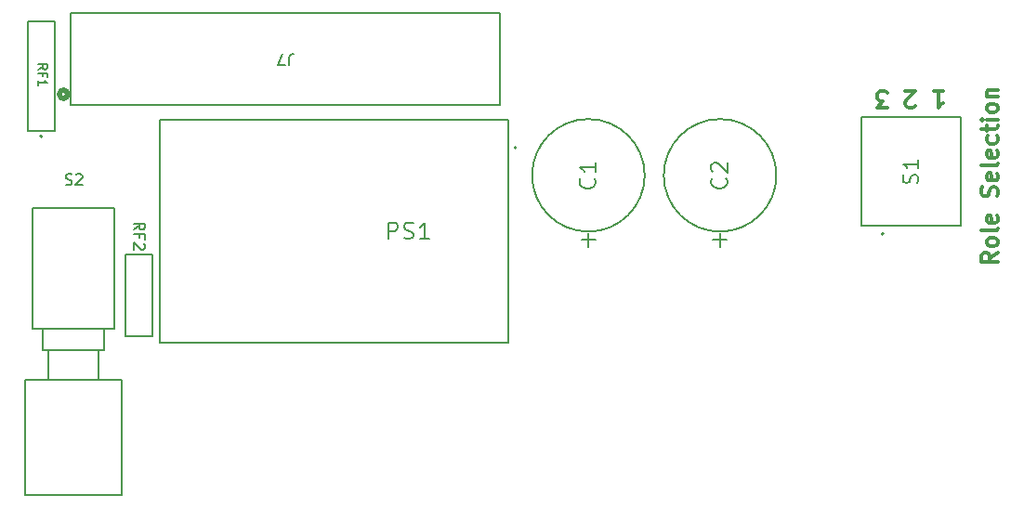
<source format=gbr>
%TF.GenerationSoftware,KiCad,Pcbnew,9.0.0*%
%TF.CreationDate,2025-11-28T03:58:55-07:00*%
%TF.ProjectId,ESP-Board,4553502d-426f-4617-9264-2e6b69636164,rev?*%
%TF.SameCoordinates,Original*%
%TF.FileFunction,Legend,Top*%
%TF.FilePolarity,Positive*%
%FSLAX46Y46*%
G04 Gerber Fmt 4.6, Leading zero omitted, Abs format (unit mm)*
G04 Created by KiCad (PCBNEW 9.0.0) date 2025-11-28 03:58:55*
%MOMM*%
%LPD*%
G01*
G04 APERTURE LIST*
%ADD10C,0.300000*%
%ADD11C,0.150000*%
%ADD12C,0.187500*%
%ADD13C,0.200000*%
%ADD14C,0.127000*%
%ADD15C,0.152400*%
%ADD16C,0.508000*%
G04 APERTURE END LIST*
D10*
X179534693Y-80913686D02*
X180391836Y-80913686D01*
X179963265Y-80913686D02*
X179963265Y-82413686D01*
X179963265Y-82413686D02*
X180106122Y-82199400D01*
X180106122Y-82199400D02*
X180248979Y-82056543D01*
X180248979Y-82056543D02*
X180391836Y-81985115D01*
X177820408Y-82270829D02*
X177748980Y-82342257D01*
X177748980Y-82342257D02*
X177606123Y-82413686D01*
X177606123Y-82413686D02*
X177248980Y-82413686D01*
X177248980Y-82413686D02*
X177106123Y-82342257D01*
X177106123Y-82342257D02*
X177034694Y-82270829D01*
X177034694Y-82270829D02*
X176963265Y-82127972D01*
X176963265Y-82127972D02*
X176963265Y-81985115D01*
X176963265Y-81985115D02*
X177034694Y-81770829D01*
X177034694Y-81770829D02*
X177891837Y-80913686D01*
X177891837Y-80913686D02*
X176963265Y-80913686D01*
X175320409Y-82413686D02*
X174391837Y-82413686D01*
X174391837Y-82413686D02*
X174891837Y-81842257D01*
X174891837Y-81842257D02*
X174677552Y-81842257D01*
X174677552Y-81842257D02*
X174534695Y-81770829D01*
X174534695Y-81770829D02*
X174463266Y-81699400D01*
X174463266Y-81699400D02*
X174391837Y-81556543D01*
X174391837Y-81556543D02*
X174391837Y-81199400D01*
X174391837Y-81199400D02*
X174463266Y-81056543D01*
X174463266Y-81056543D02*
X174534695Y-80985115D01*
X174534695Y-80985115D02*
X174677552Y-80913686D01*
X174677552Y-80913686D02*
X175106123Y-80913686D01*
X175106123Y-80913686D02*
X175248980Y-80985115D01*
X175248980Y-80985115D02*
X175320409Y-81056543D01*
X185375747Y-95652861D02*
X184661461Y-96152861D01*
X185375747Y-96510004D02*
X183875747Y-96510004D01*
X183875747Y-96510004D02*
X183875747Y-95938575D01*
X183875747Y-95938575D02*
X183947176Y-95795718D01*
X183947176Y-95795718D02*
X184018604Y-95724289D01*
X184018604Y-95724289D02*
X184161461Y-95652861D01*
X184161461Y-95652861D02*
X184375747Y-95652861D01*
X184375747Y-95652861D02*
X184518604Y-95724289D01*
X184518604Y-95724289D02*
X184590033Y-95795718D01*
X184590033Y-95795718D02*
X184661461Y-95938575D01*
X184661461Y-95938575D02*
X184661461Y-96510004D01*
X185375747Y-94795718D02*
X185304319Y-94938575D01*
X185304319Y-94938575D02*
X185232890Y-95010004D01*
X185232890Y-95010004D02*
X185090033Y-95081432D01*
X185090033Y-95081432D02*
X184661461Y-95081432D01*
X184661461Y-95081432D02*
X184518604Y-95010004D01*
X184518604Y-95010004D02*
X184447176Y-94938575D01*
X184447176Y-94938575D02*
X184375747Y-94795718D01*
X184375747Y-94795718D02*
X184375747Y-94581432D01*
X184375747Y-94581432D02*
X184447176Y-94438575D01*
X184447176Y-94438575D02*
X184518604Y-94367147D01*
X184518604Y-94367147D02*
X184661461Y-94295718D01*
X184661461Y-94295718D02*
X185090033Y-94295718D01*
X185090033Y-94295718D02*
X185232890Y-94367147D01*
X185232890Y-94367147D02*
X185304319Y-94438575D01*
X185304319Y-94438575D02*
X185375747Y-94581432D01*
X185375747Y-94581432D02*
X185375747Y-94795718D01*
X185375747Y-93438575D02*
X185304319Y-93581432D01*
X185304319Y-93581432D02*
X185161461Y-93652861D01*
X185161461Y-93652861D02*
X183875747Y-93652861D01*
X185304319Y-92295718D02*
X185375747Y-92438575D01*
X185375747Y-92438575D02*
X185375747Y-92724290D01*
X185375747Y-92724290D02*
X185304319Y-92867147D01*
X185304319Y-92867147D02*
X185161461Y-92938575D01*
X185161461Y-92938575D02*
X184590033Y-92938575D01*
X184590033Y-92938575D02*
X184447176Y-92867147D01*
X184447176Y-92867147D02*
X184375747Y-92724290D01*
X184375747Y-92724290D02*
X184375747Y-92438575D01*
X184375747Y-92438575D02*
X184447176Y-92295718D01*
X184447176Y-92295718D02*
X184590033Y-92224290D01*
X184590033Y-92224290D02*
X184732890Y-92224290D01*
X184732890Y-92224290D02*
X184875747Y-92938575D01*
X185304319Y-90510004D02*
X185375747Y-90295719D01*
X185375747Y-90295719D02*
X185375747Y-89938576D01*
X185375747Y-89938576D02*
X185304319Y-89795719D01*
X185304319Y-89795719D02*
X185232890Y-89724290D01*
X185232890Y-89724290D02*
X185090033Y-89652861D01*
X185090033Y-89652861D02*
X184947176Y-89652861D01*
X184947176Y-89652861D02*
X184804319Y-89724290D01*
X184804319Y-89724290D02*
X184732890Y-89795719D01*
X184732890Y-89795719D02*
X184661461Y-89938576D01*
X184661461Y-89938576D02*
X184590033Y-90224290D01*
X184590033Y-90224290D02*
X184518604Y-90367147D01*
X184518604Y-90367147D02*
X184447176Y-90438576D01*
X184447176Y-90438576D02*
X184304319Y-90510004D01*
X184304319Y-90510004D02*
X184161461Y-90510004D01*
X184161461Y-90510004D02*
X184018604Y-90438576D01*
X184018604Y-90438576D02*
X183947176Y-90367147D01*
X183947176Y-90367147D02*
X183875747Y-90224290D01*
X183875747Y-90224290D02*
X183875747Y-89867147D01*
X183875747Y-89867147D02*
X183947176Y-89652861D01*
X185304319Y-88438576D02*
X185375747Y-88581433D01*
X185375747Y-88581433D02*
X185375747Y-88867148D01*
X185375747Y-88867148D02*
X185304319Y-89010005D01*
X185304319Y-89010005D02*
X185161461Y-89081433D01*
X185161461Y-89081433D02*
X184590033Y-89081433D01*
X184590033Y-89081433D02*
X184447176Y-89010005D01*
X184447176Y-89010005D02*
X184375747Y-88867148D01*
X184375747Y-88867148D02*
X184375747Y-88581433D01*
X184375747Y-88581433D02*
X184447176Y-88438576D01*
X184447176Y-88438576D02*
X184590033Y-88367148D01*
X184590033Y-88367148D02*
X184732890Y-88367148D01*
X184732890Y-88367148D02*
X184875747Y-89081433D01*
X185375747Y-87510005D02*
X185304319Y-87652862D01*
X185304319Y-87652862D02*
X185161461Y-87724291D01*
X185161461Y-87724291D02*
X183875747Y-87724291D01*
X185304319Y-86367148D02*
X185375747Y-86510005D01*
X185375747Y-86510005D02*
X185375747Y-86795720D01*
X185375747Y-86795720D02*
X185304319Y-86938577D01*
X185304319Y-86938577D02*
X185161461Y-87010005D01*
X185161461Y-87010005D02*
X184590033Y-87010005D01*
X184590033Y-87010005D02*
X184447176Y-86938577D01*
X184447176Y-86938577D02*
X184375747Y-86795720D01*
X184375747Y-86795720D02*
X184375747Y-86510005D01*
X184375747Y-86510005D02*
X184447176Y-86367148D01*
X184447176Y-86367148D02*
X184590033Y-86295720D01*
X184590033Y-86295720D02*
X184732890Y-86295720D01*
X184732890Y-86295720D02*
X184875747Y-87010005D01*
X185304319Y-85010006D02*
X185375747Y-85152863D01*
X185375747Y-85152863D02*
X185375747Y-85438577D01*
X185375747Y-85438577D02*
X185304319Y-85581434D01*
X185304319Y-85581434D02*
X185232890Y-85652863D01*
X185232890Y-85652863D02*
X185090033Y-85724291D01*
X185090033Y-85724291D02*
X184661461Y-85724291D01*
X184661461Y-85724291D02*
X184518604Y-85652863D01*
X184518604Y-85652863D02*
X184447176Y-85581434D01*
X184447176Y-85581434D02*
X184375747Y-85438577D01*
X184375747Y-85438577D02*
X184375747Y-85152863D01*
X184375747Y-85152863D02*
X184447176Y-85010006D01*
X184375747Y-84581434D02*
X184375747Y-84010006D01*
X183875747Y-84367149D02*
X185161461Y-84367149D01*
X185161461Y-84367149D02*
X185304319Y-84295720D01*
X185304319Y-84295720D02*
X185375747Y-84152863D01*
X185375747Y-84152863D02*
X185375747Y-84010006D01*
X185375747Y-83510006D02*
X184375747Y-83510006D01*
X183875747Y-83510006D02*
X183947176Y-83581434D01*
X183947176Y-83581434D02*
X184018604Y-83510006D01*
X184018604Y-83510006D02*
X183947176Y-83438577D01*
X183947176Y-83438577D02*
X183875747Y-83510006D01*
X183875747Y-83510006D02*
X184018604Y-83510006D01*
X185375747Y-82581434D02*
X185304319Y-82724291D01*
X185304319Y-82724291D02*
X185232890Y-82795720D01*
X185232890Y-82795720D02*
X185090033Y-82867148D01*
X185090033Y-82867148D02*
X184661461Y-82867148D01*
X184661461Y-82867148D02*
X184518604Y-82795720D01*
X184518604Y-82795720D02*
X184447176Y-82724291D01*
X184447176Y-82724291D02*
X184375747Y-82581434D01*
X184375747Y-82581434D02*
X184375747Y-82367148D01*
X184375747Y-82367148D02*
X184447176Y-82224291D01*
X184447176Y-82224291D02*
X184518604Y-82152863D01*
X184518604Y-82152863D02*
X184661461Y-82081434D01*
X184661461Y-82081434D02*
X185090033Y-82081434D01*
X185090033Y-82081434D02*
X185232890Y-82152863D01*
X185232890Y-82152863D02*
X185304319Y-82224291D01*
X185304319Y-82224291D02*
X185375747Y-82367148D01*
X185375747Y-82367148D02*
X185375747Y-82581434D01*
X184375747Y-81438577D02*
X185375747Y-81438577D01*
X184518604Y-81438577D02*
X184447176Y-81367148D01*
X184447176Y-81367148D02*
X184375747Y-81224291D01*
X184375747Y-81224291D02*
X184375747Y-81010005D01*
X184375747Y-81010005D02*
X184447176Y-80867148D01*
X184447176Y-80867148D02*
X184590033Y-80795720D01*
X184590033Y-80795720D02*
X185375747Y-80795720D01*
D11*
X178058200Y-89314166D02*
X178124866Y-89114166D01*
X178124866Y-89114166D02*
X178124866Y-88780833D01*
X178124866Y-88780833D02*
X178058200Y-88647499D01*
X178058200Y-88647499D02*
X177991533Y-88580833D01*
X177991533Y-88580833D02*
X177858200Y-88514166D01*
X177858200Y-88514166D02*
X177724866Y-88514166D01*
X177724866Y-88514166D02*
X177591533Y-88580833D01*
X177591533Y-88580833D02*
X177524866Y-88647499D01*
X177524866Y-88647499D02*
X177458200Y-88780833D01*
X177458200Y-88780833D02*
X177391533Y-89047499D01*
X177391533Y-89047499D02*
X177324866Y-89180833D01*
X177324866Y-89180833D02*
X177258200Y-89247499D01*
X177258200Y-89247499D02*
X177124866Y-89314166D01*
X177124866Y-89314166D02*
X176991533Y-89314166D01*
X176991533Y-89314166D02*
X176858200Y-89247499D01*
X176858200Y-89247499D02*
X176791533Y-89180833D01*
X176791533Y-89180833D02*
X176724866Y-89047499D01*
X176724866Y-89047499D02*
X176724866Y-88714166D01*
X176724866Y-88714166D02*
X176791533Y-88514166D01*
X178124866Y-87180833D02*
X178124866Y-87980833D01*
X178124866Y-87580833D02*
X176724866Y-87580833D01*
X176724866Y-87580833D02*
X176924866Y-87714166D01*
X176924866Y-87714166D02*
X177058200Y-87847500D01*
X177058200Y-87847500D02*
X177124866Y-87980833D01*
X148618190Y-88847764D02*
X148689619Y-88919192D01*
X148689619Y-88919192D02*
X148761047Y-89133478D01*
X148761047Y-89133478D02*
X148761047Y-89276335D01*
X148761047Y-89276335D02*
X148689619Y-89490621D01*
X148689619Y-89490621D02*
X148546761Y-89633478D01*
X148546761Y-89633478D02*
X148403904Y-89704907D01*
X148403904Y-89704907D02*
X148118190Y-89776335D01*
X148118190Y-89776335D02*
X147903904Y-89776335D01*
X147903904Y-89776335D02*
X147618190Y-89704907D01*
X147618190Y-89704907D02*
X147475333Y-89633478D01*
X147475333Y-89633478D02*
X147332476Y-89490621D01*
X147332476Y-89490621D02*
X147261047Y-89276335D01*
X147261047Y-89276335D02*
X147261047Y-89133478D01*
X147261047Y-89133478D02*
X147332476Y-88919192D01*
X147332476Y-88919192D02*
X147403904Y-88847764D01*
X148761047Y-87419192D02*
X148761047Y-88276335D01*
X148761047Y-87847764D02*
X147261047Y-87847764D01*
X147261047Y-87847764D02*
X147475333Y-87990621D01*
X147475333Y-87990621D02*
X147618190Y-88133478D01*
X147618190Y-88133478D02*
X147689619Y-88276335D01*
X160618190Y-88847764D02*
X160689619Y-88919192D01*
X160689619Y-88919192D02*
X160761047Y-89133478D01*
X160761047Y-89133478D02*
X160761047Y-89276335D01*
X160761047Y-89276335D02*
X160689619Y-89490621D01*
X160689619Y-89490621D02*
X160546761Y-89633478D01*
X160546761Y-89633478D02*
X160403904Y-89704907D01*
X160403904Y-89704907D02*
X160118190Y-89776335D01*
X160118190Y-89776335D02*
X159903904Y-89776335D01*
X159903904Y-89776335D02*
X159618190Y-89704907D01*
X159618190Y-89704907D02*
X159475333Y-89633478D01*
X159475333Y-89633478D02*
X159332476Y-89490621D01*
X159332476Y-89490621D02*
X159261047Y-89276335D01*
X159261047Y-89276335D02*
X159261047Y-89133478D01*
X159261047Y-89133478D02*
X159332476Y-88919192D01*
X159332476Y-88919192D02*
X159403904Y-88847764D01*
X159403904Y-88276335D02*
X159332476Y-88204907D01*
X159332476Y-88204907D02*
X159261047Y-88062050D01*
X159261047Y-88062050D02*
X159261047Y-87704907D01*
X159261047Y-87704907D02*
X159332476Y-87562050D01*
X159332476Y-87562050D02*
X159403904Y-87490621D01*
X159403904Y-87490621D02*
X159546761Y-87419192D01*
X159546761Y-87419192D02*
X159689619Y-87419192D01*
X159689619Y-87419192D02*
X159903904Y-87490621D01*
X159903904Y-87490621D02*
X160761047Y-88347764D01*
X160761047Y-88347764D02*
X160761047Y-87419192D01*
X100438095Y-89428600D02*
X100580952Y-89476219D01*
X100580952Y-89476219D02*
X100819047Y-89476219D01*
X100819047Y-89476219D02*
X100914285Y-89428600D01*
X100914285Y-89428600D02*
X100961904Y-89380980D01*
X100961904Y-89380980D02*
X101009523Y-89285742D01*
X101009523Y-89285742D02*
X101009523Y-89190504D01*
X101009523Y-89190504D02*
X100961904Y-89095266D01*
X100961904Y-89095266D02*
X100914285Y-89047647D01*
X100914285Y-89047647D02*
X100819047Y-89000028D01*
X100819047Y-89000028D02*
X100628571Y-88952409D01*
X100628571Y-88952409D02*
X100533333Y-88904790D01*
X100533333Y-88904790D02*
X100485714Y-88857171D01*
X100485714Y-88857171D02*
X100438095Y-88761933D01*
X100438095Y-88761933D02*
X100438095Y-88666695D01*
X100438095Y-88666695D02*
X100485714Y-88571457D01*
X100485714Y-88571457D02*
X100533333Y-88523838D01*
X100533333Y-88523838D02*
X100628571Y-88476219D01*
X100628571Y-88476219D02*
X100866666Y-88476219D01*
X100866666Y-88476219D02*
X101009523Y-88523838D01*
X101390476Y-88571457D02*
X101438095Y-88523838D01*
X101438095Y-88523838D02*
X101533333Y-88476219D01*
X101533333Y-88476219D02*
X101771428Y-88476219D01*
X101771428Y-88476219D02*
X101866666Y-88523838D01*
X101866666Y-88523838D02*
X101914285Y-88571457D01*
X101914285Y-88571457D02*
X101961904Y-88666695D01*
X101961904Y-88666695D02*
X101961904Y-88761933D01*
X101961904Y-88761933D02*
X101914285Y-88904790D01*
X101914285Y-88904790D02*
X101342857Y-89476219D01*
X101342857Y-89476219D02*
X101961904Y-89476219D01*
D12*
X97964654Y-78953810D02*
X98345607Y-78687143D01*
X97964654Y-78496667D02*
X98764654Y-78496667D01*
X98764654Y-78496667D02*
X98764654Y-78801429D01*
X98764654Y-78801429D02*
X98726559Y-78877619D01*
X98726559Y-78877619D02*
X98688464Y-78915714D01*
X98688464Y-78915714D02*
X98612273Y-78953810D01*
X98612273Y-78953810D02*
X98497988Y-78953810D01*
X98497988Y-78953810D02*
X98421797Y-78915714D01*
X98421797Y-78915714D02*
X98383702Y-78877619D01*
X98383702Y-78877619D02*
X98345607Y-78801429D01*
X98345607Y-78801429D02*
X98345607Y-78496667D01*
X98383702Y-79563333D02*
X98383702Y-79296667D01*
X97964654Y-79296667D02*
X98764654Y-79296667D01*
X98764654Y-79296667D02*
X98764654Y-79677619D01*
X97964654Y-80401428D02*
X97964654Y-79944285D01*
X97964654Y-80172857D02*
X98764654Y-80172857D01*
X98764654Y-80172857D02*
X98650369Y-80096666D01*
X98650369Y-80096666D02*
X98574178Y-80020476D01*
X98574178Y-80020476D02*
X98536083Y-79944285D01*
D11*
X129843571Y-94401128D02*
X129843571Y-92901128D01*
X129843571Y-92901128D02*
X130415000Y-92901128D01*
X130415000Y-92901128D02*
X130557857Y-92972557D01*
X130557857Y-92972557D02*
X130629286Y-93043985D01*
X130629286Y-93043985D02*
X130700714Y-93186842D01*
X130700714Y-93186842D02*
X130700714Y-93401128D01*
X130700714Y-93401128D02*
X130629286Y-93543985D01*
X130629286Y-93543985D02*
X130557857Y-93615414D01*
X130557857Y-93615414D02*
X130415000Y-93686842D01*
X130415000Y-93686842D02*
X129843571Y-93686842D01*
X131272143Y-94329700D02*
X131486429Y-94401128D01*
X131486429Y-94401128D02*
X131843571Y-94401128D01*
X131843571Y-94401128D02*
X131986429Y-94329700D01*
X131986429Y-94329700D02*
X132057857Y-94258271D01*
X132057857Y-94258271D02*
X132129286Y-94115414D01*
X132129286Y-94115414D02*
X132129286Y-93972557D01*
X132129286Y-93972557D02*
X132057857Y-93829700D01*
X132057857Y-93829700D02*
X131986429Y-93758271D01*
X131986429Y-93758271D02*
X131843571Y-93686842D01*
X131843571Y-93686842D02*
X131557857Y-93615414D01*
X131557857Y-93615414D02*
X131415000Y-93543985D01*
X131415000Y-93543985D02*
X131343571Y-93472557D01*
X131343571Y-93472557D02*
X131272143Y-93329700D01*
X131272143Y-93329700D02*
X131272143Y-93186842D01*
X131272143Y-93186842D02*
X131343571Y-93043985D01*
X131343571Y-93043985D02*
X131415000Y-92972557D01*
X131415000Y-92972557D02*
X131557857Y-92901128D01*
X131557857Y-92901128D02*
X131915000Y-92901128D01*
X131915000Y-92901128D02*
X132129286Y-92972557D01*
X133557857Y-94401128D02*
X132700714Y-94401128D01*
X133129285Y-94401128D02*
X133129285Y-92901128D01*
X133129285Y-92901128D02*
X132986428Y-93115414D01*
X132986428Y-93115414D02*
X132843571Y-93258271D01*
X132843571Y-93258271D02*
X132700714Y-93329700D01*
D13*
X106658846Y-93564761D02*
X107135037Y-93231428D01*
X106658846Y-92993333D02*
X107658846Y-92993333D01*
X107658846Y-92993333D02*
X107658846Y-93374285D01*
X107658846Y-93374285D02*
X107611227Y-93469523D01*
X107611227Y-93469523D02*
X107563608Y-93517142D01*
X107563608Y-93517142D02*
X107468370Y-93564761D01*
X107468370Y-93564761D02*
X107325513Y-93564761D01*
X107325513Y-93564761D02*
X107230275Y-93517142D01*
X107230275Y-93517142D02*
X107182656Y-93469523D01*
X107182656Y-93469523D02*
X107135037Y-93374285D01*
X107135037Y-93374285D02*
X107135037Y-92993333D01*
X107182656Y-94326666D02*
X107182656Y-93993333D01*
X106658846Y-93993333D02*
X107658846Y-93993333D01*
X107658846Y-93993333D02*
X107658846Y-94469523D01*
X107563608Y-94802857D02*
X107611227Y-94850476D01*
X107611227Y-94850476D02*
X107658846Y-94945714D01*
X107658846Y-94945714D02*
X107658846Y-95183809D01*
X107658846Y-95183809D02*
X107611227Y-95279047D01*
X107611227Y-95279047D02*
X107563608Y-95326666D01*
X107563608Y-95326666D02*
X107468370Y-95374285D01*
X107468370Y-95374285D02*
X107373132Y-95374285D01*
X107373132Y-95374285D02*
X107230275Y-95326666D01*
X107230275Y-95326666D02*
X106658846Y-94755238D01*
X106658846Y-94755238D02*
X106658846Y-95374285D01*
D11*
X120803333Y-78537680D02*
X120803333Y-77823395D01*
X120803333Y-77823395D02*
X120850952Y-77680538D01*
X120850952Y-77680538D02*
X120946190Y-77585300D01*
X120946190Y-77585300D02*
X121089047Y-77537680D01*
X121089047Y-77537680D02*
X121184285Y-77537680D01*
X120422380Y-78537680D02*
X119755714Y-78537680D01*
X119755714Y-78537680D02*
X120184285Y-77537680D01*
D14*
%TO.C,S1*%
X172965000Y-83297500D02*
X182005000Y-83297500D01*
X172965000Y-93197500D02*
X172965000Y-83297500D01*
X182005000Y-83297500D02*
X182005000Y-93197500D01*
X182005000Y-93197500D02*
X172965000Y-93197500D01*
D13*
X174985000Y-93947500D02*
G75*
G02*
X174785000Y-93947500I-100000J0D01*
G01*
X174785000Y-93947500D02*
G75*
G02*
X174985000Y-93947500I100000J0D01*
G01*
D15*
%TO.C,C1*%
X147439919Y-94490565D02*
X148709919Y-94490565D01*
X148074919Y-95125565D02*
X148074919Y-93855565D01*
X153205719Y-88597765D02*
G75*
G02*
X142944119Y-88597765I-5130800J0D01*
G01*
X142944119Y-88597765D02*
G75*
G02*
X153205719Y-88597765I5130800J0D01*
G01*
%TO.C,C2*%
X159439919Y-94490565D02*
X160709919Y-94490565D01*
X160074919Y-95125565D02*
X160074919Y-93855565D01*
X165205719Y-88597765D02*
G75*
G02*
X154944119Y-88597765I-5130800J0D01*
G01*
X154944119Y-88597765D02*
G75*
G02*
X165205719Y-88597765I5130800J0D01*
G01*
D14*
%TO.C,S2*%
X96750000Y-107261400D02*
X98900000Y-107261400D01*
X96750000Y-117761400D02*
X96750000Y-107261400D01*
X97450000Y-91561400D02*
X97450000Y-102561400D01*
X97450000Y-102561400D02*
X98350000Y-102561400D01*
X98350000Y-102561400D02*
X103950000Y-102561400D01*
X98350000Y-104561400D02*
X98350000Y-102561400D01*
X98900000Y-104561400D02*
X98350000Y-104561400D01*
X98900000Y-107261400D02*
X98900000Y-104561400D01*
X103400000Y-104561400D02*
X98900000Y-104561400D01*
X103400000Y-104561400D02*
X103400000Y-107261400D01*
X103400000Y-107261400D02*
X98900000Y-107261400D01*
X103400000Y-107261400D02*
X105550000Y-107261400D01*
X103950000Y-102561400D02*
X103950000Y-104561400D01*
X103950000Y-102561400D02*
X104850000Y-102561400D01*
X103950000Y-104561400D02*
X103400000Y-104561400D01*
X104850000Y-91561400D02*
X97450000Y-91561400D01*
X104850000Y-102561400D02*
X104850000Y-91561400D01*
X105550000Y-107261400D02*
X105550000Y-117761400D01*
X105550000Y-117761400D02*
X96750000Y-117761400D01*
D13*
X98297000Y-85041400D02*
G75*
G02*
X98097000Y-85041400I-100000J0D01*
G01*
X98097000Y-85041400D02*
G75*
G02*
X98297000Y-85041400I100000J0D01*
G01*
%TO.C,RF1*%
D15*
X99500000Y-74530000D02*
X97000000Y-74530000D01*
X97000000Y-84530000D01*
X99500000Y-84530000D01*
X99500000Y-74530000D01*
D14*
%TO.C,PS1*%
X108995000Y-83565000D02*
X140795000Y-83565000D01*
X108995000Y-103865000D02*
X108995000Y-83565000D01*
X140795000Y-83565000D02*
X140795000Y-103865000D01*
X140795000Y-103865000D02*
X108995000Y-103865000D01*
D13*
X141505000Y-86095000D02*
G75*
G02*
X141305000Y-86095000I-100000J0D01*
G01*
X141305000Y-86095000D02*
G75*
G02*
X141505000Y-86095000I100000J0D01*
G01*
%TO.C,RF2*%
D15*
X108361066Y-95791250D02*
X105861066Y-95791250D01*
X105861066Y-103291250D01*
X108361066Y-103291250D01*
X108361066Y-95791250D01*
%TO.C,J7*%
X100886600Y-73788800D02*
X100886600Y-82145400D01*
X100886600Y-82145400D02*
X140053400Y-82145400D01*
X140053400Y-73788800D02*
X100886600Y-73788800D01*
X140053400Y-82145400D02*
X140053400Y-73788800D01*
D16*
X100632600Y-81212500D02*
G75*
G02*
X99870600Y-81212500I-381000J0D01*
G01*
X99870600Y-81212500D02*
G75*
G02*
X100632600Y-81212500I381000J0D01*
G01*
%TD*%
M02*

</source>
